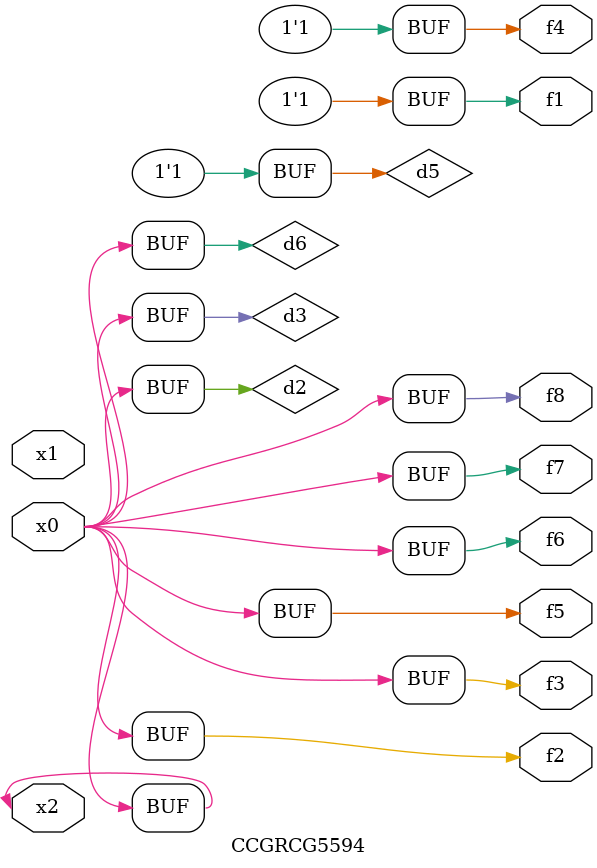
<source format=v>
module CCGRCG5594(
	input x0, x1, x2,
	output f1, f2, f3, f4, f5, f6, f7, f8
);

	wire d1, d2, d3, d4, d5, d6;

	xnor (d1, x2);
	buf (d2, x0, x2);
	and (d3, x0);
	xnor (d4, x1, x2);
	nand (d5, d1, d3);
	buf (d6, d2, d3);
	assign f1 = d5;
	assign f2 = d6;
	assign f3 = d6;
	assign f4 = d5;
	assign f5 = d6;
	assign f6 = d6;
	assign f7 = d6;
	assign f8 = d6;
endmodule

</source>
